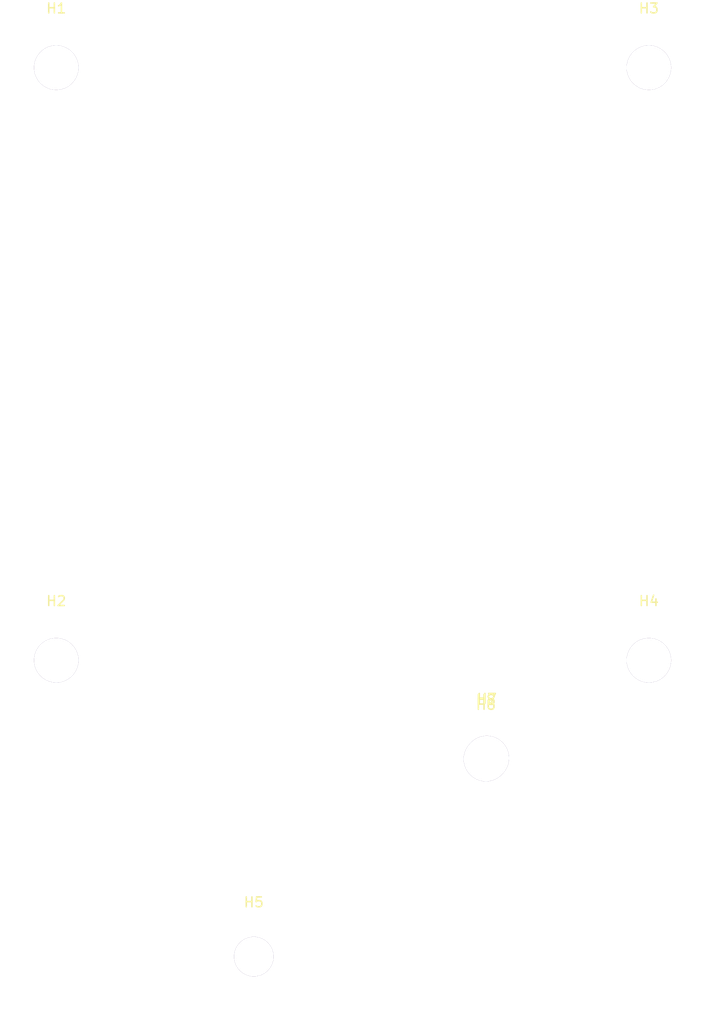
<source format=kicad_pcb>
(kicad_pcb (version 4) (host pcbnew "(after 2015-mar-04 BZR unknown)-product")

  (general
    (links 0)
    (no_connects 0)
    (area 0 0 0 0)
    (thickness 1.6)
    (drawings 0)
    (tracks 0)
    (zones 0)
    (modules 8)
    (nets 1)
  )

  (page A4)
  (layers
    (0 F.Cu signal)
    (31 B.Cu signal)
    (32 B.Adhes user)
    (33 F.Adhes user)
    (34 B.Paste user)
    (35 F.Paste user)
    (36 B.SilkS user)
    (37 F.SilkS user)
    (38 B.Mask user)
    (39 F.Mask user)
    (40 Dwgs.User user)
    (41 Cmts.User user)
    (42 Eco1.User user)
    (43 Eco2.User user)
    (44 Edge.Cuts user)
    (45 Margin user)
    (46 B.CrtYd user)
    (47 F.CrtYd user)
    (48 B.Fab user)
    (49 F.Fab user)
  )

  (setup
    (last_trace_width 0.25)
    (trace_clearance 0.2)
    (zone_clearance 0.508)
    (zone_45_only no)
    (trace_min 0.2)
    (segment_width 0.2)
    (edge_width 0.1)
    (via_size 0.6)
    (via_drill 0.4)
    (via_min_size 0.4)
    (via_min_drill 0.3)
    (uvia_size 0.3)
    (uvia_drill 0.1)
    (uvias_allowed no)
    (uvia_min_size 0.2)
    (uvia_min_drill 0.1)
    (pcb_text_width 0.3)
    (pcb_text_size 1.5 1.5)
    (mod_edge_width 0.15)
    (mod_text_size 1 1)
    (mod_text_width 0.15)
    (pad_size 1.5 1.5)
    (pad_drill 0.6)
    (pad_to_mask_clearance 0)
    (aux_axis_origin 0 0)
    (visible_elements FFFFFF7F)
    (pcbplotparams
      (layerselection 0x00030_80000001)
      (usegerberextensions false)
      (excludeedgelayer true)
      (linewidth 0.100000)
      (plotframeref false)
      (viasonmask false)
      (mode 1)
      (useauxorigin false)
      (hpglpennumber 1)
      (hpglpenspeed 20)
      (hpglpendiameter 15)
      (hpglpenoverlay 2)
      (psnegative false)
      (psa4output false)
      (plotreference true)
      (plotvalue true)
      (plotinvisibletext false)
      (padsonsilk false)
      (subtractmaskfromsilk false)
      (outputformat 1)
      (mirror false)
      (drillshape 1)
      (scaleselection 1)
      (outputdirectory ""))
  )

  (net 0 "")

  (net_class Default "This is the default net class."
    (clearance 0.2)
    (trace_width 0.25)
    (via_dia 0.6)
    (via_drill 0.4)
    (uvia_dia 0.3)
    (uvia_drill 0.1)
  )

  (module Mounting_Holes:MountingHole_4-5mm (layer F.Cu) (tedit 0) (tstamp 553ADCDF)
    (at 105 35)
    (descr "Mounting hole, Befestigungsbohrung, 4,5mm, No Annular, Kein Restring,")
    (tags "Mounting hole, Befestigungsbohrung, 4,5mm, No Annular, Kein Restring,")
    (path /553ACBE6)
    (fp_text reference H1 (at 0 -5.99948) (layer F.SilkS)
      (effects (font (size 1 1) (thickness 0.15)))
    )
    (fp_text value MOUNTING_HOLE (at 0.50038 6.49986) (layer F.Fab)
      (effects (font (size 1 1) (thickness 0.15)))
    )
    (fp_circle (center 0 0) (end 4.5 0) (layer Cmts.User) (width 0.381))
    (pad 1 thru_hole circle (at 0 0) (size 4.5 4.5) (drill 4.5) (layers))
  )

  (module Mounting_Holes:MountingHole_4-5mm (layer F.Cu) (tedit 0) (tstamp 553ADCE4)
    (at 105 95)
    (descr "Mounting hole, Befestigungsbohrung, 4,5mm, No Annular, Kein Restring,")
    (tags "Mounting hole, Befestigungsbohrung, 4,5mm, No Annular, Kein Restring,")
    (path /553ACD5B)
    (fp_text reference H2 (at 0 -5.99948) (layer F.SilkS)
      (effects (font (size 1 1) (thickness 0.15)))
    )
    (fp_text value MOUNTING_HOLE (at 0.50038 6.49986) (layer F.Fab)
      (effects (font (size 1 1) (thickness 0.15)))
    )
    (fp_circle (center 0 0) (end 4.5 0) (layer Cmts.User) (width 0.381))
    (pad 1 thru_hole circle (at 0 0) (size 4.5 4.5) (drill 4.5) (layers))
  )

  (module Mounting_Holes:MountingHole_4-5mm (layer F.Cu) (tedit 0) (tstamp 553ADCE9)
    (at 165 35)
    (descr "Mounting hole, Befestigungsbohrung, 4,5mm, No Annular, Kein Restring,")
    (tags "Mounting hole, Befestigungsbohrung, 4,5mm, No Annular, Kein Restring,")
    (path /553ACE0C)
    (fp_text reference H3 (at 0 -5.99948) (layer F.SilkS)
      (effects (font (size 1 1) (thickness 0.15)))
    )
    (fp_text value MOUNTING_HOLE (at 0.50038 6.49986) (layer F.Fab)
      (effects (font (size 1 1) (thickness 0.15)))
    )
    (fp_circle (center 0 0) (end 4.5 0) (layer Cmts.User) (width 0.381))
    (pad 1 thru_hole circle (at 0 0) (size 4.5 4.5) (drill 4.5) (layers))
  )

  (module Mounting_Holes:MountingHole_4-5mm (layer F.Cu) (tedit 0) (tstamp 553ADCEE)
    (at 165 95)
    (descr "Mounting hole, Befestigungsbohrung, 4,5mm, No Annular, Kein Restring,")
    (tags "Mounting hole, Befestigungsbohrung, 4,5mm, No Annular, Kein Restring,")
    (path /553ACEC4)
    (fp_text reference H4 (at 0 -5.99948) (layer F.SilkS)
      (effects (font (size 1 1) (thickness 0.15)))
    )
    (fp_text value MOUNTING_HOLE (at 0.50038 6.49986) (layer F.Fab)
      (effects (font (size 1 1) (thickness 0.15)))
    )
    (fp_circle (center 0 0) (end 4.5 0) (layer Cmts.User) (width 0.381))
    (pad 1 thru_hole circle (at 0 0) (size 4.5 4.5) (drill 4.5) (layers))
  )

  (module Mounting_Holes:MountingHole_4mm (layer F.Cu) (tedit 0) (tstamp 553ADCF3)
    (at 125 125)
    (descr "Mounting hole, Befestigungsbohrung, 4mm, No Annular, Kein Restring,")
    (tags "Mounting hole, Befestigungsbohrung, 4mm, No Annular, Kein Restring,")
    (path /553ACD91)
    (fp_text reference H5 (at 0 -5.4991) (layer F.SilkS)
      (effects (font (size 1 1) (thickness 0.15)))
    )
    (fp_text value MOUNTING_HOLE (at 0 5.99948) (layer F.Fab)
      (effects (font (size 1 1) (thickness 0.15)))
    )
    (fp_circle (center 0 0) (end 4 0) (layer Cmts.User) (width 0.381))
    (pad 1 thru_hole circle (at 0 0) (size 4 4) (drill 4) (layers))
  )

  (module Mounting_Holes:MountingHole_4mm (layer F.Cu) (tedit 0) (tstamp 553ADCF8)
    (at 148.5011 105.0036)
    (descr "Mounting hole, Befestigungsbohrung, 4mm, No Annular, Kein Restring,")
    (tags "Mounting hole, Befestigungsbohrung, 4mm, No Annular, Kein Restring,")
    (path /553ACDD3)
    (fp_text reference H6 (at 0 -5.4991) (layer F.SilkS)
      (effects (font (size 1 1) (thickness 0.15)))
    )
    (fp_text value MOUNTING_HOLE (at 0 5.99948) (layer F.Fab)
      (effects (font (size 1 1) (thickness 0.15)))
    )
    (fp_circle (center 0 0) (end 4 0) (layer Cmts.User) (width 0.381))
    (pad 1 thru_hole circle (at 0 0) (size 4 4) (drill 4) (layers))
  )

  (module Mounting_Holes:MountingHole_4-5mm (layer F.Cu) (tedit 0) (tstamp 553ADCFD)
    (at 148.59 104.902)
    (descr "Mounting hole, Befestigungsbohrung, 4,5mm, No Annular, Kein Restring,")
    (tags "Mounting hole, Befestigungsbohrung, 4,5mm, No Annular, Kein Restring,")
    (path /553AFA59)
    (fp_text reference H7 (at 0 -5.99948) (layer F.SilkS)
      (effects (font (size 1 1) (thickness 0.15)))
    )
    (fp_text value MOUNTING_HOLE (at 0.50038 6.49986) (layer F.Fab)
      (effects (font (size 1 1) (thickness 0.15)))
    )
    (fp_circle (center 0 0) (end 4.5 0) (layer Cmts.User) (width 0.381))
    (pad 1 thru_hole circle (at 0 0) (size 4.5 4.5) (drill 4.5) (layers))
  )

  (module Mounting_Holes:MountingHole_4-5mm (layer F.Cu) (tedit 0) (tstamp 553ADD02)
    (at 148.5011 105.0036)
    (descr "Mounting hole, Befestigungsbohrung, 4,5mm, No Annular, Kein Restring,")
    (tags "Mounting hole, Befestigungsbohrung, 4,5mm, No Annular, Kein Restring,")
    (path /553AFA5F)
    (fp_text reference H8 (at 0 -5.99948) (layer F.SilkS)
      (effects (font (size 1 1) (thickness 0.15)))
    )
    (fp_text value MOUNTING_HOLE (at 0.50038 6.49986) (layer F.Fab)
      (effects (font (size 1 1) (thickness 0.15)))
    )
    (fp_circle (center 0 0) (end 4.5 0) (layer Cmts.User) (width 0.381))
    (pad 1 thru_hole circle (at 0 0) (size 4.5 4.5) (drill 4.5) (layers))
  )

)

</source>
